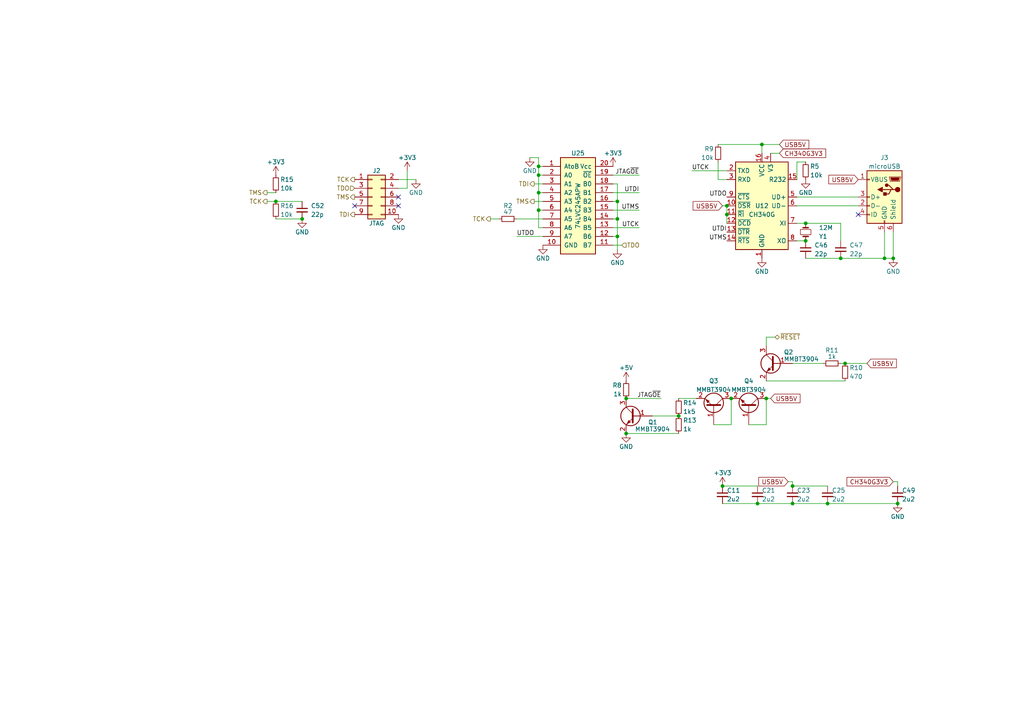
<source format=kicad_sch>
(kicad_sch (version 20230121) (generator eeschema)
  (paper "A4")
  (lib_symbols
    (symbol "Connector:USB_B_Micro" (pin_names (offset 1.016))
      (property "Reference" "J" (at -5.08 11.43 0))
      (property "Value" "USB_B_Micro" (at -5.08 8.89 0))
      (symbol "USB_B_Micro_0_1"
        (rectangle (start -5.08 -7.62) (end 5.08 7.62) (stroke (width 0.254)) (fill (type background)))
        (circle (center -3.81 2.159) (radius 0.635) (stroke (width 0.254)) (fill (type outline)))
        (circle (center -0.635 3.429) (radius 0.381) (stroke (width 0.254)) (fill (type outline)))
        (rectangle (start -0.127 -7.62) (end 0.127 -6.858))
        (polyline (pts (xy -1.905 2.159) (xy 0.635 2.159)) (stroke (width 0.254)))
        (polyline (pts (xy -3.175 2.159) (xy -2.54 2.159) (xy -1.27 3.429) (xy -0.635 3.429)) (stroke (width 0.254)))
        (polyline (pts (xy -2.54 2.159) (xy -1.905 2.159) (xy -1.27 0.889) (xy 0 0.889)) (stroke (width 0.254)))
        (polyline (pts (xy 0.635 2.794) (xy 0.635 1.524) (xy 1.905 2.159) (xy 0.635 2.794)) (stroke (width 0.254)) (fill (type outline)))
        (polyline (pts (xy -4.318 5.588) (xy -1.778 5.588) (xy -2.032 4.826) (xy -4.064 4.826) (xy -4.318 5.588)) (fill (type outline)))
        (polyline (pts (xy -4.699 5.842) (xy -4.699 5.588) (xy -4.445 4.826) (xy -4.445 4.572) (xy -1.651 4.572) (xy -1.651 4.826) (xy -1.397 5.588) (xy -1.397 5.842) (xy -4.699 5.842)))
        (rectangle (start 0.254 1.27) (end -0.508 0.508) (stroke (width 0.254)) (fill (type outline)))
        (rectangle (start 5.08 -5.207) (end 4.318 -4.953))
        (rectangle (start 5.08 -2.667) (end 4.318 -2.413))
        (rectangle (start 5.08 -0.127) (end 4.318 0.127))
        (rectangle (start 5.08 4.953) (end 4.318 5.207))
      )
      (symbol "USB_B_Micro_1_1"
        (pin power_out line (at 7.62 5.08 180) (length 2.54) (name "VBUS") (number "1"))
        (pin bidirectional line (at 7.62 -2.54 180) (length 2.54) (name "D-") (number "2"))
        (pin bidirectional line (at 7.62 0 180) (length 2.54) (name "D+") (number "3"))
        (pin passive line (at 7.62 -5.08 180) (length 2.54) (name "ID") (number "4"))
        (pin power_out line (at 0 -10.16 90) (length 2.54) (name "GND") (number "5"))
        (pin passive line (at -2.54 -10.16 90) (length 2.54) (name "Shield") (number "6"))
      )
    )
    (symbol "Connector_Generic:Conn_02x05_Odd_Even" (pin_names (offset 1.016) hide)
      (property "Reference" "J" (at 1.27 7.62 0))
      (property "Value" "Conn_02x05_Odd_Even" (at 1.27 -7.62 0))
      (symbol "Conn_02x05_Odd_Even_1_1"
        (rectangle (start -1.27 -4.953) (end 0 -5.207) (stroke (width 0.1524)))
        (rectangle (start -1.27 -2.413) (end 0 -2.667) (stroke (width 0.1524)))
        (rectangle (start -1.27 0.127) (end 0 -0.127) (stroke (width 0.1524)))
        (rectangle (start -1.27 2.667) (end 0 2.413) (stroke (width 0.1524)))
        (rectangle (start -1.27 5.207) (end 0 4.953) (stroke (width 0.1524)))
        (rectangle (start -1.27 6.35) (end 3.81 -6.35) (stroke (width 0.254)) (fill (type background)))
        (rectangle (start 3.81 -4.953) (end 2.54 -5.207) (stroke (width 0.1524)))
        (rectangle (start 3.81 -2.413) (end 2.54 -2.667) (stroke (width 0.1524)))
        (rectangle (start 3.81 0.127) (end 2.54 -0.127) (stroke (width 0.1524)))
        (rectangle (start 3.81 2.667) (end 2.54 2.413) (stroke (width 0.1524)))
        (rectangle (start 3.81 5.207) (end 2.54 4.953) (stroke (width 0.1524)))
        (pin passive line (at -5.08 5.08 0) (length 3.81) (name "Pin_1") (number "1"))
        (pin passive line (at 7.62 -5.08 180) (length 3.81) (name "Pin_10") (number "10"))
        (pin passive line (at 7.62 5.08 180) (length 3.81) (name "Pin_2") (number "2"))
        (pin passive line (at -5.08 2.54 0) (length 3.81) (name "Pin_3") (number "3"))
        (pin passive line (at 7.62 2.54 180) (length 3.81) (name "Pin_4") (number "4"))
        (pin passive line (at -5.08 0 0) (length 3.81) (name "Pin_5") (number "5"))
        (pin passive line (at 7.62 0 180) (length 3.81) (name "Pin_6") (number "6"))
        (pin passive line (at -5.08 -2.54 0) (length 3.81) (name "Pin_7") (number "7"))
        (pin passive line (at 7.62 -2.54 180) (length 3.81) (name "Pin_8") (number "8"))
        (pin passive line (at -5.08 -5.08 0) (length 3.81) (name "Pin_9") (number "9"))
      )
    )
    (symbol "Device:C_Small" (pin_numbers hide) (pin_names (offset 0.254) hide)
      (property "Reference" "C" (at 0.254 1.778 0))
      (property "Value" "C_Small" (at 0.254 -2.032 0))
      (symbol "C_Small_0_1"
        (polyline (pts (xy -1.524 -0.508) (xy 1.524 -0.508)) (stroke (width 0.3302)))
        (polyline (pts (xy -1.524 0.508) (xy 1.524 0.508)) (stroke (width 0.3048)))
      )
      (symbol "C_Small_1_1"
        (pin passive line (at 0 2.54 270) (length 2.032) (name "~") (number "1"))
        (pin passive line (at 0 -2.54 90) (length 2.032) (name "~") (number "2"))
      )
    )
    (symbol "Device:Crystal_Small" (pin_numbers hide) (pin_names (offset 1.016) hide)
      (property "Reference" "Y" (at 0 2.54 0))
      (property "Value" "Crystal_Small" (at 0 -2.54 0))
      (symbol "Crystal_Small_0_1"
        (rectangle (start -0.762 -1.524) (end 0.762 1.524))
        (polyline (pts (xy -1.27 -0.762) (xy -1.27 0.762)) (stroke (width 0.381)))
        (polyline (pts (xy 1.27 -0.762) (xy 1.27 0.762)) (stroke (width 0.381)))
      )
      (symbol "Crystal_Small_1_1"
        (pin passive line (at -2.54 0 0) (length 1.27) (name "1") (number "1"))
        (pin passive line (at 2.54 0 180) (length 1.27) (name "2") (number "2"))
      )
    )
    (symbol "Device:R_Small" (pin_numbers hide) (pin_names (offset 0.254) hide)
      (property "Reference" "R" (at 0.762 0.508 0))
      (property "Value" "R_Small" (at 0.762 -1.016 0))
      (symbol "R_Small_0_1"
        (rectangle (start -0.762 1.778) (end 0.762 -1.778) (stroke (width 0.2032)))
      )
      (symbol "R_Small_1_1"
        (pin passive line (at 0 2.54 270) (length 0.762) (name "~") (number "1"))
        (pin passive line (at 0 -2.54 90) (length 0.762) (name "~") (number "2"))
      )
    )
    (symbol "GW_Logic:74245" (pin_names (offset 1.016))
      (property "Reference" "U" (at 0 15.24 0))
      (property "Value" "74245" (at 0 0 90))
      (symbol "74245_0_1"
        (rectangle (start -5.08 13.97) (end 5.08 -13.97) (stroke (width 0.254)) (fill (type background)))
      )
      (symbol "74245_1_1"
        (pin input line (at -10.16 11.43 0) (length 5.08) (name "AtoB") (number "1"))
        (pin power_in line (at -10.16 -11.43 0) (length 5.08) (name "GND") (number "10"))
        (pin bidirectional line (at 10.16 -11.43 180) (length 5.08) (name "B7") (number "11"))
        (pin bidirectional line (at 10.16 -8.89 180) (length 5.08) (name "B6") (number "12"))
        (pin bidirectional line (at 10.16 -6.35 180) (length 5.08) (name "B5") (number "13"))
        (pin bidirectional line (at 10.16 -3.81 180) (length 5.08) (name "B4") (number "14"))
        (pin bidirectional line (at 10.16 -1.27 180) (length 5.08) (name "B3") (number "15"))
        (pin bidirectional line (at 10.16 1.27 180) (length 5.08) (name "B2") (number "16"))
        (pin bidirectional line (at 10.16 3.81 180) (length 5.08) (name "B1") (number "17"))
        (pin bidirectional line (at 10.16 6.35 180) (length 5.08) (name "B0") (number "18"))
        (pin input line (at 10.16 8.89 180) (length 5.08) (name "~{OE}") (number "19"))
        (pin bidirectional line (at -10.16 8.89 0) (length 5.08) (name "A0") (number "2"))
        (pin power_in line (at 10.16 11.43 180) (length 5.08) (name "Vcc") (number "20"))
        (pin bidirectional line (at -10.16 6.35 0) (length 5.08) (name "A1") (number "3"))
        (pin bidirectional line (at -10.16 3.81 0) (length 5.08) (name "A2") (number "4"))
        (pin bidirectional line (at -10.16 1.27 0) (length 5.08) (name "A3") (number "5"))
        (pin bidirectional line (at -10.16 -1.27 0) (length 5.08) (name "A4") (number "6"))
        (pin bidirectional line (at -10.16 -3.81 0) (length 5.08) (name "A5") (number "7"))
        (pin bidirectional line (at -10.16 -6.35 0) (length 5.08) (name "A6") (number "8"))
        (pin bidirectional line (at -10.16 -8.89 0) (length 5.08) (name "A7") (number "9"))
      )
    )
    (symbol "Interface_USB:CH340G"
      (property "Reference" "U" (at -5.08 13.97 0))
      (property "Value" "CH340G" (at 1.27 13.97 0))
      (symbol "CH340G_0_1"
        (rectangle (start -7.62 12.7) (end 7.62 -12.7) (stroke (width 0.254)) (fill (type background)))
      )
      (symbol "CH340G_1_1"
        (pin power_in line (at 0 -15.24 90) (length 2.54) (name "GND") (number "1"))
        (pin input line (at 10.16 0 180) (length 2.54) (name "~{DSR}") (number "10"))
        (pin input line (at 10.16 -2.54 180) (length 2.54) (name "~{RI}") (number "11"))
        (pin input line (at 10.16 -5.08 180) (length 2.54) (name "~{DCD}") (number "12"))
        (pin output line (at 10.16 -7.62 180) (length 2.54) (name "~{DTR}") (number "13"))
        (pin output line (at 10.16 -10.16 180) (length 2.54) (name "~{RTS}") (number "14"))
        (pin input line (at -10.16 7.62 0) (length 2.54) (name "R232") (number "15"))
        (pin power_in line (at 0 15.24 270) (length 2.54) (name "VCC") (number "16"))
        (pin output line (at 10.16 10.16 180) (length 2.54) (name "TXD") (number "2"))
        (pin input line (at 10.16 7.62 180) (length 2.54) (name "RXD") (number "3"))
        (pin passive line (at -2.54 15.24 270) (length 2.54) (name "V3") (number "4"))
        (pin bidirectional line (at -10.16 2.54 0) (length 2.54) (name "UD+") (number "5"))
        (pin bidirectional line (at -10.16 0 0) (length 2.54) (name "UD-") (number "6"))
        (pin input line (at -10.16 -5.08 0) (length 2.54) (name "XI") (number "7"))
        (pin output line (at -10.16 -10.16 0) (length 2.54) (name "XO") (number "8"))
        (pin input line (at 10.16 2.54 180) (length 2.54) (name "~{CTS}") (number "9"))
      )
    )
    (symbol "Transistor_BJT:MMBT3904" (pin_names (offset 0) hide)
      (property "Reference" "Q" (at 5.08 1.905 0))
      (property "Value" "MMBT3904" (at 5.08 0 0))
      (symbol "MMBT3904_0_1"
        (polyline (pts (xy 0.635 0.635) (xy 2.54 2.54)))
        (polyline (pts (xy 0.635 -0.635) (xy 2.54 -2.54) (xy 2.54 -2.54)))
        (polyline (pts (xy 0.635 1.905) (xy 0.635 -1.905) (xy 0.635 -1.905)) (stroke (width 0.508)))
        (polyline (pts (xy 1.27 -1.778) (xy 1.778 -1.27) (xy 2.286 -2.286) (xy 1.27 -1.778) (xy 1.27 -1.778)) (fill (type outline)))
        (circle (center 1.27 0) (radius 2.8194) (stroke (width 0.254)))
      )
      (symbol "MMBT3904_1_1"
        (pin input line (at -5.08 0 0) (length 5.715) (name "B") (number "1"))
        (pin passive line (at 2.54 -5.08 90) (length 2.54) (name "E") (number "2"))
        (pin passive line (at 2.54 5.08 270) (length 2.54) (name "C") (number "3"))
      )
    )
    (symbol "power:+3V3" (power) (pin_names (offset 0))
      (property "Value" "+3V3" (at 0 3.556 0))
      (symbol "+3V3_0_1"
        (polyline (pts (xy -0.762 1.27) (xy 0 2.54)))
        (polyline (pts (xy 0 0) (xy 0 2.54)))
        (polyline (pts (xy 0 2.54) (xy 0.762 1.27)))
      )
      (symbol "+3V3_1_1"
        (pin power_in line (at 0 0 90) (length 0) hide (name "+3V3") (number "1"))
      )
    )
    (symbol "power:+5V" (power) (pin_names (offset 0))
      (property "Value" "+5V" (at 0 3.556 0))
      (symbol "+5V_0_1"
        (polyline (pts (xy -0.762 1.27) (xy 0 2.54)))
        (polyline (pts (xy 0 0) (xy 0 2.54)))
        (polyline (pts (xy 0 2.54) (xy 0.762 1.27)))
      )
      (symbol "+5V_1_1"
        (pin power_in line (at 0 0 90) (length 0) hide (name "+5V") (number "1"))
      )
    )
    (symbol "power:GND" (power) (pin_names (offset 0))
      (property "Value" "GND" (at 0 -3.81 0))
      (symbol "GND_0_1"
        (polyline (pts (xy 0 0) (xy 0 -1.27) (xy 1.27 -1.27) (xy 0 -2.54) (xy -1.27 -1.27) (xy 0 -1.27)))
      )
      (symbol "GND_1_1"
        (pin power_in line (at 0 0 270) (length 0) hide (name "GND") (number "1"))
      )
    )
  )
  (junction (at 210.82 62.23))
  (junction (at 156.21 50.8))
  (junction (at 259.08 74.93))
  (junction (at 245.11 105.41))
  (junction (at 229.87 146.05))
  (junction (at 210.82 59.69))
  (junction (at 212.09 115.57))
  (junction (at 156.21 55.88))
  (junction (at 156.21 60.96))
  (junction (at 156.21 48.26))
  (junction (at 220.98 41.91))
  (junction (at 179.07 63.5))
  (junction (at 233.68 69.85))
  (junction (at 233.68 64.77))
  (junction (at 209.55 140.97))
  (junction (at 243.84 74.93))
  (junction (at 80.01 58.42))
  (junction (at 181.61 125.73))
  (junction (at 179.07 58.42))
  (junction (at 222.25 115.57))
  (junction (at 240.03 146.05))
  (junction (at 87.63 63.5))
  (junction (at 196.85 120.65))
  (junction (at 260.35 146.05))
  (junction (at 229.87 140.97))
  (junction (at 219.71 146.05))
  (junction (at 256.54 74.93))
  (junction (at 179.07 68.58))
  (junction (at 181.61 115.57))
  (no_connect (at 115.57 59.69))
  (no_connect (at 248.92 62.23))
  (no_connect (at 102.87 59.69))
  (no_connect (at 115.57 57.15))
  (wire (pts (xy 210.82 64.77) (xy 210.82 62.23)))
  (wire (pts (xy 229.87 105.41) (xy 238.76 105.41)))
  (wire (pts (xy 233.68 64.77) (xy 231.14 64.77)))
  (wire (pts (xy 222.25 110.49) (xy 245.11 110.49)))
  (wire (pts (xy 149.86 68.58) (xy 157.48 68.58)))
  (wire (pts (xy 243.84 64.77) (xy 243.84 69.85)))
  (wire (pts (xy 156.21 55.88) (xy 157.48 55.88)))
  (wire (pts (xy 115.57 52.07) (xy 120.65 52.07)))
  (wire (pts (xy 177.8 50.8) (xy 185.42 50.8)))
  (wire (pts (xy 222.25 97.79) (xy 222.25 100.33)))
  (wire (pts (xy 208.28 41.91) (xy 220.98 41.91)))
  (wire (pts (xy 231.14 59.69) (xy 248.92 59.69)))
  (wire (pts (xy 156.21 48.26) (xy 157.48 48.26)))
  (wire (pts (xy 196.85 120.65) (xy 189.23 120.65)))
  (wire (pts (xy 231.14 69.85) (xy 233.68 69.85)))
  (wire (pts (xy 179.07 58.42) (xy 177.8 58.42)))
  (wire (pts (xy 180.34 71.12) (xy 177.8 71.12)))
  (wire (pts (xy 156.21 50.8) (xy 156.21 48.26)))
  (wire (pts (xy 185.42 60.96) (xy 177.8 60.96)))
  (wire (pts (xy 233.68 74.93) (xy 243.84 74.93)))
  (wire (pts (xy 209.55 140.97) (xy 219.71 140.97)))
  (wire (pts (xy 156.21 60.96) (xy 157.48 60.96)))
  (wire (pts (xy 243.84 64.77) (xy 233.68 64.77)))
  (wire (pts (xy 115.57 54.61) (xy 118.11 54.61)))
  (wire (pts (xy 157.48 66.04) (xy 156.21 66.04)))
  (wire (pts (xy 80.01 55.88) (xy 77.47 55.88)))
  (wire (pts (xy 229.87 139.7) (xy 229.87 140.97)))
  (wire (pts (xy 156.21 50.8) (xy 157.48 50.8)))
  (wire (pts (xy 207.01 123.19) (xy 212.09 123.19)))
  (wire (pts (xy 179.07 53.34) (xy 179.07 58.42)))
  (wire (pts (xy 80.01 58.42) (xy 87.63 58.42)))
  (wire (pts (xy 240.03 146.05) (xy 260.35 146.05)))
  (wire (pts (xy 118.11 54.61) (xy 118.11 49.53)))
  (wire (pts (xy 156.21 55.88) (xy 156.21 50.8)))
  (wire (pts (xy 179.07 63.5) (xy 177.8 63.5)))
  (wire (pts (xy 149.86 63.5) (xy 157.48 63.5)))
  (wire (pts (xy 156.21 60.96) (xy 156.21 55.88)))
  (wire (pts (xy 209.55 59.69) (xy 210.82 59.69)))
  (wire (pts (xy 260.35 139.7) (xy 260.35 140.97)))
  (wire (pts (xy 181.61 115.57) (xy 191.77 115.57)))
  (wire (pts (xy 179.07 68.58) (xy 177.8 68.58)))
  (wire (pts (xy 80.01 63.5) (xy 87.63 63.5)))
  (wire (pts (xy 179.07 68.58) (xy 179.07 72.39)))
  (wire (pts (xy 156.21 48.26) (xy 156.21 45.72)))
  (wire (pts (xy 259.08 67.31) (xy 259.08 74.93)))
  (wire (pts (xy 179.07 58.42) (xy 179.07 63.5)))
  (wire (pts (xy 77.47 58.42) (xy 80.01 58.42)))
  (wire (pts (xy 219.71 146.05) (xy 229.87 146.05)))
  (wire (pts (xy 212.09 123.19) (xy 212.09 115.57)))
  (wire (pts (xy 177.8 53.34) (xy 179.07 53.34)))
  (wire (pts (xy 226.06 44.45) (xy 223.52 44.45)))
  (wire (pts (xy 260.35 139.7) (xy 259.08 139.7)))
  (wire (pts (xy 177.8 55.88) (xy 185.42 55.88)))
  (wire (pts (xy 256.54 67.31) (xy 256.54 74.93)))
  (wire (pts (xy 154.94 53.34) (xy 157.48 53.34)))
  (wire (pts (xy 243.84 105.41) (xy 245.11 105.41)))
  (wire (pts (xy 243.84 74.93) (xy 256.54 74.93)))
  (wire (pts (xy 196.85 115.57) (xy 201.93 115.57)))
  (wire (pts (xy 181.61 125.73) (xy 196.85 125.73)))
  (wire (pts (xy 222.25 123.19) (xy 222.25 115.57)))
  (wire (pts (xy 177.8 66.04) (xy 185.42 66.04)))
  (wire (pts (xy 259.08 74.93) (xy 256.54 74.93)))
  (wire (pts (xy 219.71 146.05) (xy 209.55 146.05)))
  (wire (pts (xy 229.87 139.7) (xy 228.6 139.7)))
  (wire (pts (xy 179.07 63.5) (xy 179.07 68.58)))
  (wire (pts (xy 231.14 52.07) (xy 231.14 46.99)))
  (wire (pts (xy 222.25 115.57) (xy 223.52 115.57)))
  (wire (pts (xy 229.87 146.05) (xy 240.03 146.05)))
  (wire (pts (xy 154.94 58.42) (xy 157.48 58.42)))
  (wire (pts (xy 248.92 57.15) (xy 231.14 57.15)))
  (wire (pts (xy 229.87 140.97) (xy 240.03 140.97)))
  (wire (pts (xy 208.28 46.99) (xy 208.28 52.07)))
  (wire (pts (xy 156.21 45.72) (xy 153.67 45.72)))
  (wire (pts (xy 142.24 63.5) (xy 144.78 63.5)))
  (wire (pts (xy 231.14 46.99) (xy 233.68 46.99)))
  (wire (pts (xy 224.79 97.79) (xy 222.25 97.79)))
  (wire (pts (xy 220.98 41.91) (xy 226.06 41.91)))
  (wire (pts (xy 156.21 66.04) (xy 156.21 60.96)))
  (wire (pts (xy 208.28 52.07) (xy 210.82 52.07)))
  (wire (pts (xy 245.11 105.41) (xy 251.46 105.41)))
  (wire (pts (xy 217.17 123.19) (xy 222.25 123.19)))
  (wire (pts (xy 220.98 41.91) (xy 220.98 44.45)))
  (wire (pts (xy 210.82 62.23) (xy 210.82 59.69)))
  (wire (pts (xy 210.82 49.53) (xy 200.66 49.53)))
  (label "UTDO" (at 149.86 68.58 0))
  (label "UTDI" (at 185.42 55.88 180))
  (label "UTMS" (at 185.42 60.96 180))
  (label "UTMS" (at 210.82 69.85 180))
  (label "JTAG~{OE}" (at 191.77 115.57 180))
  (label "UTDO" (at 210.82 57.15 180))
  (label "UTDI" (at 210.82 67.31 180))
  (label "UTCK" (at 185.42 66.04 180))
  (label "UTCK" (at 200.66 49.53 0))
  (label "JTAG~{OE}" (at 185.42 50.8 180))
  (global_label "CH340G3V3" (shape input) (at 259.08 139.7 180) (property "Intersheetrefs" "${INTERSHEET_REFS}" (effects hide)))
  (global_label "USB5V" (shape input) (at 248.92 52.07 180) (property "Intersheetrefs" "${INTERSHEET_REFS}" (effects hide)))
  (global_label "CH340G3V3" (shape input) (at 226.06 44.45 0) (property "Intersheetrefs" "${INTERSHEET_REFS}" (effects hide)))
  (global_label "USB5V" (shape input) (at 228.6 139.7 180) (property "Intersheetrefs" "${INTERSHEET_REFS}" (effects hide)))
  (global_label "USB5V" (shape input) (at 223.52 115.57 0) (property "Intersheetrefs" "${INTERSHEET_REFS}" (effects hide)))
  (global_label "USB5V" (shape input) (at 251.46 105.41 0) (property "Intersheetrefs" "${INTERSHEET_REFS}" (effects hide)))
  (global_label "USB5V" (shape input) (at 209.55 59.69 180) (property "Intersheetrefs" "${INTERSHEET_REFS}" (effects hide)))
  (global_label "USB5V" (shape input) (at 226.06 41.91 0) (property "Intersheetrefs" "${INTERSHEET_REFS}" (effects hide)))
  (hierarchical_label "TCK" (shape output) (at 102.87 52.07 180))
  (hierarchical_label "TCK" (shape output) (at 77.47 58.42 180))
  (hierarchical_label "TMS" (shape output) (at 77.47 55.88 180))
  (hierarchical_label "~{RESET}" (shape tri_state) (at 224.79 97.79 0))
  (hierarchical_label "TDI" (shape output) (at 102.87 62.23 180))
  (hierarchical_label "TMS" (shape output) (at 102.87 57.15 180))
  (hierarchical_label "TCK" (shape output) (at 142.24 63.5 180))
  (hierarchical_label "TMS" (shape output) (at 154.94 58.42 180))
  (hierarchical_label "TDI" (shape output) (at 154.94 53.34 180))
  (hierarchical_label "TDO" (shape input) (at 102.87 54.61 180))
  (hierarchical_label "TDO" (shape input) (at 180.34 71.12 0))
  (symbol (lib_id "Device:Crystal_Small") (at 233.68 67.31 270) (mirror x) (unit 1)
    (property "Reference" "Y1" (at 237.49 68.58 90) (effects (justify left)))
    (property "Value" "12M" (at 237.49 66.04 90) (effects (justify left)))
    (property "Footprint" "stdpads:Crystal_HC49-SMD" (effects hide))
    (property "LCSC Part" "C111117" (effects hide))
  )
  (symbol (lib_id "Connector_Generic:Conn_02x05_Odd_Even") (at 107.95 57.15 0) (unit 1)
    (property "Reference" "J2" (at 109.22 49.53 0))
    (property "Value" "JTAG" (at 109.22 64.77 0))
    (property "Footprint" "Connector:Tag-Connect_TC2050-IDC-FP_2x05_P1.27mm_Vertical" (effects hide))
  )
  (symbol (lib_id "power:+3V3") (at 118.11 49.53 0) (unit 1)
    (property "Reference" "#PWR0128" (effects hide))
    (property "Value" "+3V3" (at 118.11 45.72 0))
  )
  (symbol (lib_id "Interface_USB:CH340G") (at 220.98 59.69 0) (mirror y) (unit 1)
    (property "Reference" "U12" (at 220.98 59.69 0))
    (property "Value" "CH340G" (at 220.98 62.23 0))
    (property "Footprint" "stdpads:SOIC-16_3.9mm" (effects hide))
    (property "Datasheet" "http://www.datasheet5.com/pdf-local-2195953" (effects hide))
    (property "LCSC Part" "C14267" (effects hide))
  )
  (symbol (lib_id "power:GND") (at 233.68 52.07 0) (mirror y) (unit 1)
    (property "Reference" "#PWR0164" (effects hide))
    (property "Value" "GND" (at 233.68 55.88 0))
  )
  (symbol (lib_id "power:+3V3") (at 209.55 140.97 0) (unit 1)
    (property "Reference" "#PWR0202" (effects hide))
    (property "Value" "+3V3" (at 209.55 137.16 0))
  )
  (symbol (lib_id "Device:C_Small") (at 209.55 143.51 0) (unit 1)
    (property "Reference" "C11" (at 210.82 142.24 0) (effects (justify left)))
    (property "Value" "2u2" (at 210.82 144.78 0) (effects (justify left)))
    (property "Footprint" "stdpads:C_0603" (effects hide))
    (property "LCSC Part" "C23630" (effects hide))
  )
  (symbol (lib_id "Device:C_Small") (at 219.71 143.51 0) (unit 1)
    (property "Reference" "C21" (at 220.98 142.24 0) (effects (justify left)))
    (property "Value" "2u2" (at 220.98 144.78 0) (effects (justify left)))
    (property "Footprint" "stdpads:C_0603" (effects hide))
    (property "LCSC Part" "C23630" (effects hide))
  )
  (symbol (lib_id "Device:C_Small") (at 229.87 143.51 0) (unit 1)
    (property "Reference" "C23" (at 231.14 142.24 0) (effects (justify left)))
    (property "Value" "2u2" (at 231.14 144.78 0) (effects (justify left)))
    (property "Footprint" "stdpads:C_0603" (effects hide))
    (property "LCSC Part" "C23630" (effects hide))
  )
  (symbol (lib_id "Device:C_Small") (at 240.03 143.51 0) (unit 1)
    (property "Reference" "C25" (at 241.3 142.24 0) (effects (justify left)))
    (property "Value" "2u2" (at 241.3 144.78 0) (effects (justify left)))
    (property "Footprint" "stdpads:C_0603" (effects hide))
    (property "LCSC Part" "C23630" (effects hide))
  )
  (symbol (lib_id "power:GND") (at 259.08 74.93 0) (mirror y) (unit 1)
    (property "Reference" "#PWR0165" (effects hide))
    (property "Value" "GND" (at 259.08 78.74 0))
  )
  (symbol (lib_id "power:GND") (at 115.57 62.23 0) (unit 1)
    (property "Reference" "#PWR0127" (effects hide))
    (property "Value" "GND" (at 115.57 66.04 0))
  )
  (symbol (lib_id "Device:C_Small") (at 233.68 72.39 0) (unit 1)
    (property "Reference" "C46" (at 236.22 71.12 0) (effects (justify left)))
    (property "Value" "22p" (at 236.22 73.66 0) (effects (justify left)))
    (property "Footprint" "stdpads:C_0603" (effects hide))
    (property "LCSC Part" "C1653" (effects hide))
  )
  (symbol (lib_id "Device:C_Small") (at 243.84 72.39 0) (unit 1)
    (property "Reference" "C47" (at 246.38 71.12 0) (effects (justify left)))
    (property "Value" "22p" (at 246.38 73.66 0) (effects (justify left)))
    (property "Footprint" "stdpads:C_0603" (effects hide))
    (property "LCSC Part" "C1653" (effects hide))
  )
  (symbol (lib_id "Connector:USB_B_Micro") (at 256.54 57.15 0) (mirror y) (unit 1)
    (property "Reference" "J3" (at 256.54 45.72 0))
    (property "Value" "microUSB" (at 256.54 48.26 0))
    (property "Footprint" "stdpads:USB_Micro-B_ShouHan_MicroXNJ" (effects hide))
    (property "LCSC Part" "C404969" (effects hide))
  )
  (symbol (lib_id "power:GND") (at 120.65 52.07 0) (unit 1)
    (property "Reference" "#PWR0204" (effects hide))
    (property "Value" "GND" (at 120.65 55.88 0))
  )
  (symbol (lib_id "Transistor_BJT:MMBT3904") (at 224.79 105.41 0) (mirror y) (unit 1)
    (property "Reference" "Q2" (at 227.33 102.87 0) (effects (justify right bottom)))
    (property "Value" "MMBT3904" (at 227.33 104.14 0) (effects (justify right)))
    (property "Footprint" "stdpads:SOT-23" (effects hide))
    (property "Datasheet" "https://www.onsemi.com/pub/Collateral/2N3903-D.PDF" (effects hide))
    (property "LCSC Part" "C20526" (effects hide))
  )
  (symbol (lib_id "power:GND") (at 181.61 125.73 0) (unit 1)
    (property "Reference" "#PWR0196" (effects hide))
    (property "Value" "GND" (at 181.61 129.54 0))
  )
  (symbol (lib_id "Transistor_BJT:MMBT3904") (at 184.15 120.65 0) (mirror y) (unit 1)
    (property "Reference" "Q1" (at 187.96 123.19 0) (effects (justify right bottom)))
    (property "Value" "MMBT3904" (at 184.15 124.46 0) (effects (justify right)))
    (property "Footprint" "stdpads:SOT-23" (effects hide))
    (property "Datasheet" "https://www.onsemi.com/pub/Collateral/2N3903-D.PDF" (effects hide))
    (property "LCSC Part" "C20526" (effects hide))
  )
  (symbol (lib_id "power:+5V") (at 181.61 110.49 0) (mirror y) (unit 1)
    (property "Reference" "#PWR0198" (effects hide))
    (property "Value" "+5V" (at 181.61 106.68 0))
  )
  (symbol (lib_id "power:GND") (at 260.35 146.05 0) (mirror y) (unit 1)
    (property "Reference" "#PWR0199" (effects hide))
    (property "Value" "GND" (at 260.35 149.86 0))
  )
  (symbol (lib_id "Device:C_Small") (at 260.35 143.51 0) (unit 1)
    (property "Reference" "C49" (at 261.62 142.24 0) (effects (justify left)))
    (property "Value" "2u2" (at 261.62 144.78 0) (effects (justify left)))
    (property "Footprint" "stdpads:C_0603" (effects hide))
    (property "LCSC Part" "C23630" (effects hide))
  )
  (symbol (lib_id "power:GND") (at 220.98 74.93 0) (mirror y) (unit 1)
    (property "Reference" "#PWR0162" (effects hide))
    (property "Value" "GND" (at 220.98 78.74 0))
  )
  (symbol (lib_id "Device:R_Small") (at 80.01 60.96 0) (mirror y) (unit 1)
    (property "Reference" "R16" (at 81.28 59.69 0) (effects (justify right)))
    (property "Value" "10k" (at 81.28 62.23 0) (effects (justify right)))
    (property "Footprint" "stdpads:R_0603" (effects hide))
    (property "LCSC Part" "C25804" (effects hide))
  )
  (symbol (lib_id "Device:R_Small") (at 80.01 53.34 0) (mirror y) (unit 1)
    (property "Reference" "R15" (at 81.28 52.07 0) (effects (justify right)))
    (property "Value" "10k" (at 81.28 54.61 0) (effects (justify right)))
    (property "Footprint" "stdpads:R_0603" (effects hide))
    (property "LCSC Part" "C25804" (effects hide))
  )
  (symbol (lib_id "power:+3V3") (at 80.01 50.8 0) (unit 1)
    (property "Reference" "#PWR0205" (effects hide))
    (property "Value" "+3V3" (at 80.01 46.99 0))
  )
  (symbol (lib_id "power:GND") (at 87.63 63.5 0) (unit 1)
    (property "Reference" "#PWR0206" (effects hide))
    (property "Value" "GND" (at 87.63 67.31 0))
  )
  (symbol (lib_id "power:+3V3") (at 177.8 48.26 0) (unit 1)
    (property "Reference" "#PWR07" (effects hide))
    (property "Value" "+3V3" (at 177.8 44.45 0))
  )
  (symbol (lib_id "Device:R_Small") (at 245.11 107.95 0) (mirror y) (unit 1)
    (property "Reference" "R10" (at 246.38 106.68 0) (effects (justify right)))
    (property "Value" "470" (at 246.38 109.22 0) (effects (justify right)))
    (property "Footprint" "stdpads:R_0805" (effects hide))
  )
  (symbol (lib_id "Device:R_Small") (at 233.68 49.53 0) (mirror y) (unit 1)
    (property "Reference" "R5" (at 234.95 48.26 0) (effects (justify right)))
    (property "Value" "10k" (at 234.95 50.8 0) (effects (justify right)))
    (property "Footprint" "stdpads:R_0603" (effects hide))
    (property "LCSC Part" "C25804" (effects hide))
  )
  (symbol (lib_id "Device:R_Small") (at 196.85 123.19 180) (unit 1)
    (property "Reference" "R13" (at 198.12 121.92 0) (effects (justify right)))
    (property "Value" "1k" (at 198.12 124.46 0) (effects (justify right)))
    (property "Footprint" "stdpads:R_0603" (effects hide))
  )
  (symbol (lib_id "Device:R_Small") (at 181.61 113.03 0) (mirror x) (unit 1)
    (property "Reference" "R8" (at 180.34 111.76 0) (effects (justify right)))
    (property "Value" "1k" (at 180.34 114.3 0) (effects (justify right)))
    (property "Footprint" "stdpads:R_0603" (effects hide))
  )
  (symbol (lib_id "Device:R_Small") (at 147.32 63.5 270) (unit 1)
    (property "Reference" "R2" (at 147.32 59.69 90))
    (property "Value" "47" (at 147.32 62.23 90) (effects (justify bottom)))
    (property "Footprint" "stdpads:R_0603" (effects hide))
    (property "LCSC Part" "C23182" (effects hide))
    (instances (project "WarpSE" (path "" (reference "R2") (unit 1)) (path "" (reference "R20") (unit 1))))
  )
  (symbol (lib_id "Device:R_Small") (at 241.3 105.41 90) (mirror x) (unit 1)
    (property "Reference" "R11" (at 241.3 101.6 90))
    (property "Value" "1k" (at 241.3 104.14 90) (effects (justify bottom)))
    (property "Footprint" "stdpads:R_0603" (effects hide))
  )
  (symbol (lib_id "Device:R_Small") (at 196.85 118.11 180) (unit 1)
    (property "Reference" "R14" (at 198.12 116.84 0) (effects (justify right)))
    (property "Value" "1k5" (at 198.12 119.38 0) (effects (justify right)))
    (property "Footprint" "stdpads:R_0603" (effects hide))
  )
  (symbol (lib_id "GW_Logic:74245") (at 167.64 59.69 0) (unit 1)
    (property "Reference" "U25" (at 167.64 44.45 0))
    (property "Value" "74LVC245APW" (at 167.64 59.69 90))
    (property "Footprint" "stdpads:TSSOP-20_4.4x6.5mm_P0.65mm" (effects hide))
  )
  (symbol (lib_id "power:GND") (at 179.07 72.39 0) (mirror y) (unit 1)
    (property "Reference" "#PWR010" (effects hide))
    (property "Value" "GND" (at 179.07 76.2 0))
  )
  (symbol (lib_id "Device:R_Small") (at 208.28 44.45 0) (unit 1)
    (property "Reference" "R9" (at 207.01 43.18 0) (effects (justify right)))
    (property "Value" "10k" (at 207.01 45.72 0) (effects (justify right)))
    (property "Footprint" "stdpads:R_0603" (effects hide))
    (property "LCSC Part" "C25804" (effects hide))
  )
  (symbol (lib_id "Transistor_BJT:MMBT3904") (at 207.01 118.11 270) (mirror x) (unit 1)
    (property "Reference" "Q3" (at 207.01 110.49 90))
    (property "Value" "MMBT3904" (at 207.01 113.03 90))
    (property "Footprint" "stdpads:SOT-23" (effects hide))
    (property "Datasheet" "https://www.onsemi.com/pub/Collateral/2N3903-D.PDF" (effects hide))
    (property "LCSC Part" "C20526" (effects hide))
  )
  (symbol (lib_id "power:GND") (at 157.48 71.12 0) (mirror y) (unit 1)
    (property "Reference" "#PWR09" (effects hide))
    (property "Value" "GND" (at 157.48 74.93 0))
  )
  (symbol (lib_id "Transistor_BJT:MMBT3904") (at 217.17 118.11 270) (mirror x) (unit 1)
    (property "Reference" "Q4" (at 217.17 110.49 90))
    (property "Value" "MMBT3904" (at 217.17 113.03 90))
    (property "Footprint" "stdpads:SOT-23" (effects hide))
    (property "Datasheet" "https://www.onsemi.com/pub/Collateral/2N3903-D.PDF" (effects hide))
    (property "LCSC Part" "C20526" (effects hide))
  )
  (symbol (lib_id "power:GND") (at 153.67 45.72 0) (mirror y) (unit 1)
    (property "Reference" "#PWR08" (effects hide))
    (property "Value" "GND" (at 153.67 49.53 0))
  )
  (symbol (lib_id "Device:C_Small") (at 87.63 60.96 0) (unit 1)
    (property "Reference" "C52" (at 90.17 59.69 0) (effects (justify left)))
    (property "Value" "22p" (at 90.17 62.23 0) (effects (justify left)))
    (property "Footprint" "stdpads:C_0603" (effects hide))
    (property "LCSC Part" "C1653" (effects hide))
  )
)
</source>
